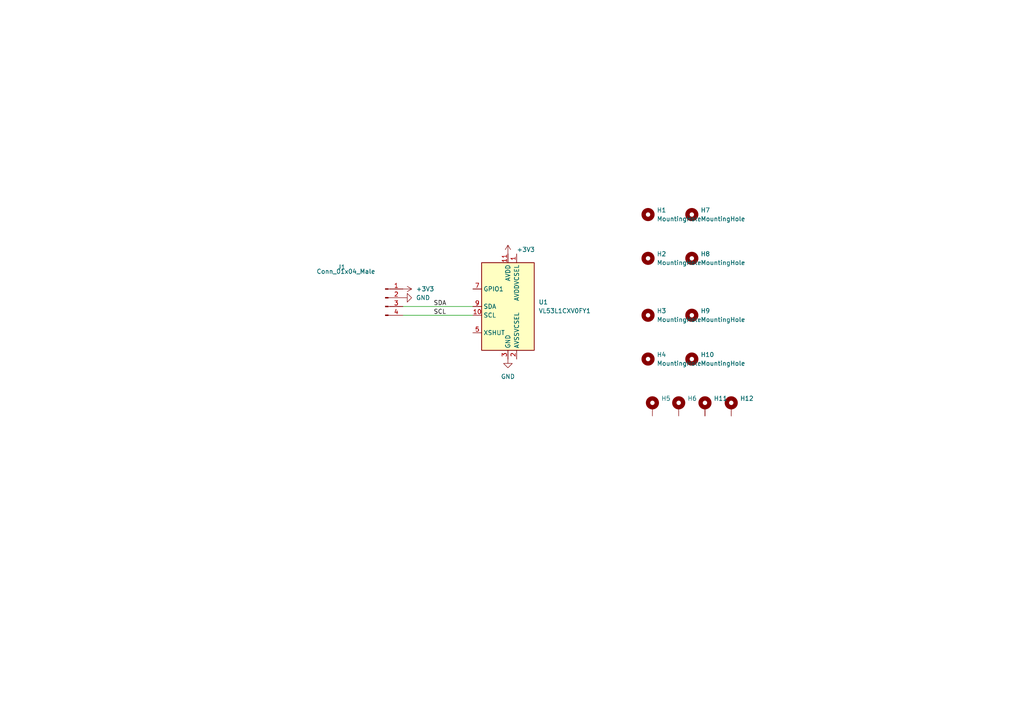
<source format=kicad_sch>
(kicad_sch (version 20211123) (generator eeschema)
  (paper "A4")
  (lib_symbols
    (symbol "Connector:Conn_01x04_Male" (pin_names (offset 1.016) hide)
      (property "Reference" "J" (at 0 5.08 0))
      (property "Value" "Conn_01x04_Male" (at 0 -7.62 0))
      (symbol "Conn_01x04_Male_1_1"
        (polyline (pts (xy 1.27 -5.08) (xy 0.8636 -5.08)) (stroke (width 0.1524)))
        (polyline (pts (xy 1.27 -2.54) (xy 0.8636 -2.54)) (stroke (width 0.1524)))
        (polyline (pts (xy 1.27 0) (xy 0.8636 0)) (stroke (width 0.1524)))
        (polyline (pts (xy 1.27 2.54) (xy 0.8636 2.54)) (stroke (width 0.1524)))
        (rectangle (start 0.8636 -4.953) (end 0 -5.207) (stroke (width 0.1524)) (fill (type outline)))
        (rectangle (start 0.8636 -2.413) (end 0 -2.667) (stroke (width 0.1524)) (fill (type outline)))
        (rectangle (start 0.8636 0.127) (end 0 -0.127) (stroke (width 0.1524)) (fill (type outline)))
        (rectangle (start 0.8636 2.667) (end 0 2.413) (stroke (width 0.1524)) (fill (type outline)))
        (pin passive line (at 5.08 2.54 180) (length 3.81) (name "Pin_1") (number "1"))
        (pin passive line (at 5.08 0 180) (length 3.81) (name "Pin_2") (number "2"))
        (pin passive line (at 5.08 -2.54 180) (length 3.81) (name "Pin_3") (number "3"))
        (pin passive line (at 5.08 -5.08 180) (length 3.81) (name "Pin_4") (number "4"))
      )
    )
    (symbol "Mechanical:MountingHole" (pin_names (offset 1.016))
      (property "Reference" "H" (at 0 5.08 0))
      (property "Value" "MountingHole" (at 0 3.175 0))
      (symbol "MountingHole_0_1"
        (circle (center 0 0) (radius 1.27) (stroke (width 1.27)))
      )
    )
    (symbol "Mechanical:MountingHole_Pad" (pin_numbers hide) (pin_names (offset 1.016) hide)
      (property "Reference" "H" (at 0 6.35 0))
      (property "Value" "MountingHole_Pad" (at 0 4.445 0))
      (symbol "MountingHole_Pad_0_1"
        (circle (center 0 1.27) (radius 1.27) (stroke (width 1.27)))
      )
      (symbol "MountingHole_Pad_1_1"
        (pin input line (at 0 -2.54 90) (length 2.54) (name "1") (number "1"))
      )
    )
    (symbol "Sensor_Distance:VL53L1CXV0FY1"
      (property "Reference" "U" (at -6.35 13.97 0))
      (property "Value" "VL53L1CXV0FY1" (at 12.065 13.97 0))
      (symbol "VL53L1CXV0FY1_0_1"
        (rectangle (start -7.62 12.7) (end 7.62 -12.7) (stroke (width 0.254)) (fill (type background)))
      )
      (symbol "VL53L1CXV0FY1_1_1"
        (pin power_in line (at 2.54 15.24 270) (length 2.54) (name "AVDDVCSEL") (number "1"))
        (pin input line (at -10.16 -2.54 0) (length 2.54) (name "SCL") (number "10"))
        (pin power_in line (at 0 15.24 270) (length 2.54) (name "AVDD") (number "11"))
        (pin passive line (at 0 -15.24 90) (length 2.54) hide (name "GND") (number "12"))
        (pin power_in line (at 2.54 -15.24 90) (length 2.54) (name "AVSSVCSEL") (number "2"))
        (pin power_in line (at 0 -15.24 90) (length 2.54) (name "GND") (number "3"))
        (pin passive line (at 0 -15.24 90) (length 2.54) hide (name "GND") (number "4"))
        (pin input line (at -10.16 -7.62 0) (length 2.54) (name "XSHUT") (number "5"))
        (pin passive line (at 0 -15.24 90) (length 2.54) hide (name "GND") (number "6"))
        (pin open_collector line (at -10.16 5.08 0) (length 2.54) (name "GPIO1") (number "7"))
        (pin no_connect line (at -7.62 7.62 0) (length 2.54) hide (name "DNC") (number "8"))
        (pin bidirectional line (at -10.16 0 0) (length 2.54) (name "SDA") (number "9"))
      )
    )
    (symbol "power:+3V3" (power) (pin_names (offset 0))
      (property "Value" "+3V3" (at 0 3.556 0))
      (symbol "+3V3_0_1"
        (polyline (pts (xy -0.762 1.27) (xy 0 2.54)))
        (polyline (pts (xy 0 0) (xy 0 2.54)))
        (polyline (pts (xy 0 2.54) (xy 0.762 1.27)))
      )
      (symbol "+3V3_1_1"
        (pin power_in line (at 0 0 90) (length 0) hide (name "+3V3") (number "1"))
      )
    )
    (symbol "power:GND" (power) (pin_names (offset 0))
      (property "Value" "GND" (at 0 -3.81 0))
      (symbol "GND_0_1"
        (polyline (pts (xy 0 0) (xy 0 -1.27) (xy 1.27 -1.27) (xy 0 -2.54) (xy -1.27 -1.27) (xy 0 -1.27)))
      )
      (symbol "GND_1_1"
        (pin power_in line (at 0 0 270) (length 0) hide (name "GND") (number "1"))
      )
    )
  )
  (wire (pts (xy 116.84 88.9) (xy 137.16 88.9)))
  (wire (pts (xy 116.84 91.44) (xy 137.16 91.44)))
  (label "SDA" (at 125.73 88.9 0))
  (label "SCL" (at 125.73 91.44 0))
  (symbol (lib_id "Mechanical:MountingHole") (at 187.96 104.14 0) (unit 1) (in_bom no)
    (property "Reference" "H4" (at 190.5 102.8699 0) (effects (justify left)))
    (property "Value" "MountingHole" (at 190.5 105.4099 0) (effects (justify left)))
    (property "Footprint" "MountingHole:MountingHole_3.2mm_M3" (effects hide))
  )
  (symbol (lib_id "power:+3V3") (at 147.32 73.66 0) (unit 1)
    (property "Reference" "#PWR0102" (effects hide))
    (property "Value" "+3V3" (at 149.86 72.3899 0) (effects (justify left)))
  )
  (symbol (lib_id "Mechanical:MountingHole_Pad") (at 212.09 118.11 0) (unit 1) (in_bom no)
    (property "Reference" "H12" (at 214.63 115.5699 0) (effects (justify left)))
    (property "Value" "MountingHole_Pad" (effects hide))
    (property "Footprint" "Anyleaf_Shared:Mouse bites_7mm" (effects hide))
  )
  (symbol (lib_id "Mechanical:MountingHole_Pad") (at 196.85 118.11 0) (unit 1) (in_bom no)
    (property "Reference" "H6" (at 199.39 115.5699 0) (effects (justify left)))
    (property "Value" "MountingHole_Pad" (effects hide))
    (property "Footprint" "Anyleaf_Shared:Mouse bites_7mm" (effects hide))
  )
  (symbol (lib_id "power:GND") (at 116.84 86.36 90) (unit 1)
    (property "Reference" "#PWR0103" (effects hide))
    (property "Value" "GND" (at 120.65 86.3599 90) (effects (justify right)))
  )
  (symbol (lib_id "Mechanical:MountingHole") (at 200.66 91.44 0) (unit 1) (in_bom no)
    (property "Reference" "H9" (at 203.2 90.1699 0) (effects (justify left)))
    (property "Value" "MountingHole" (at 203.2 92.7099 0) (effects (justify left)))
    (property "Footprint" "MountingHole:MountingHole_3.2mm_M3" (effects hide))
  )
  (symbol (lib_id "Mechanical:MountingHole_Pad") (at 204.47 118.11 0) (unit 1) (in_bom no)
    (property "Reference" "H11" (at 207.01 115.5699 0) (effects (justify left)))
    (property "Value" "MountingHole_Pad" (effects hide))
    (property "Footprint" "Anyleaf_Shared:Mouse bites_7mm" (effects hide))
  )
  (symbol (lib_id "Mechanical:MountingHole") (at 200.66 62.23 0) (unit 1) (in_bom no)
    (property "Reference" "H7" (at 203.2 60.9599 0) (effects (justify left)))
    (property "Value" "MountingHole" (at 203.2 63.4999 0) (effects (justify left)))
    (property "Footprint" "MountingHole:MountingHole_3.2mm_M3" (effects hide))
  )
  (symbol (lib_id "power:+3V3") (at 116.84 83.82 270) (unit 1)
    (property "Reference" "#PWR0104" (effects hide))
    (property "Value" "+3V3" (at 120.65 83.8199 90) (effects (justify left)))
  )
  (symbol (lib_id "Mechanical:MountingHole_Pad") (at 189.23 118.11 0) (unit 1) (in_bom no)
    (property "Reference" "H5" (at 191.77 115.5699 0) (effects (justify left)))
    (property "Value" "MountingHole_Pad" (effects hide))
    (property "Footprint" "Anyleaf_Shared:Mouse bites_7mm" (effects hide))
  )
  (symbol (lib_id "Connector:Conn_01x04_Male") (at 111.76 86.36 0) (unit 1)
    (property "Reference" "J1" (at 99.06 77.47 0))
    (property "Value" "Conn_01x04_Male" (at 100.33 78.74 0))
    (property "Footprint" "Connector_JST:JST_SH_SM04B-SRSS-TB_1x04-1MP_P1.00mm_Horizontal" (effects hide))
  )
  (symbol (lib_id "Mechanical:MountingHole") (at 187.96 74.93 0) (unit 1) (in_bom no)
    (property "Reference" "H2" (at 190.5 73.6599 0) (effects (justify left)))
    (property "Value" "MountingHole" (at 190.5 76.1999 0) (effects (justify left)))
    (property "Footprint" "MountingHole:MountingHole_3.2mm_M3" (effects hide))
  )
  (symbol (lib_id "Mechanical:MountingHole") (at 200.66 74.93 0) (unit 1) (in_bom no)
    (property "Reference" "H8" (at 203.2 73.6599 0) (effects (justify left)))
    (property "Value" "MountingHole" (at 203.2 76.1999 0) (effects (justify left)))
    (property "Footprint" "MountingHole:MountingHole_3.2mm_M3" (effects hide))
  )
  (symbol (lib_id "Mechanical:MountingHole") (at 200.66 104.14 0) (unit 1) (in_bom no)
    (property "Reference" "H10" (at 203.2 102.8699 0) (effects (justify left)))
    (property "Value" "MountingHole" (at 203.2 105.4099 0) (effects (justify left)))
    (property "Footprint" "MountingHole:MountingHole_3.2mm_M3" (effects hide))
  )
  (symbol (lib_id "Mechanical:MountingHole") (at 187.96 62.23 0) (unit 1) (in_bom no)
    (property "Reference" "H1" (at 190.5 60.9599 0) (effects (justify left)))
    (property "Value" "MountingHole" (at 190.5 63.4999 0) (effects (justify left)))
    (property "Footprint" "MountingHole:MountingHole_3.2mm_M3" (effects hide))
  )
  (symbol (lib_id "Sensor_Distance:VL53L1CXV0FY1") (at 147.32 88.9 0) (unit 1)
    (property "Reference" "U1" (at 156.21 87.6299 0) (effects (justify left)))
    (property "Value" "VL53L1CXV0FY1" (at 156.21 90.1699 0) (effects (justify left)))
    (property "Footprint" "Sensor_Distance:ST_VL53L1x" (effects hide))
    (property "Datasheet" "https://www.st.com/resource/en/datasheet/vl53l1x.pdf" (effects hide))
  )
  (symbol (lib_id "Mechanical:MountingHole") (at 187.96 91.44 0) (unit 1) (in_bom no)
    (property "Reference" "H3" (at 190.5 90.1699 0) (effects (justify left)))
    (property "Value" "MountingHole" (at 190.5 92.7099 0) (effects (justify left)))
    (property "Footprint" "MountingHole:MountingHole_3.2mm_M3" (effects hide))
  )
  (symbol (lib_id "power:GND") (at 147.32 104.14 0) (unit 1)
    (property "Reference" "#PWR0101" (effects hide))
    (property "Value" "GND" (at 147.32 109.22 0))
  )
)
</source>
